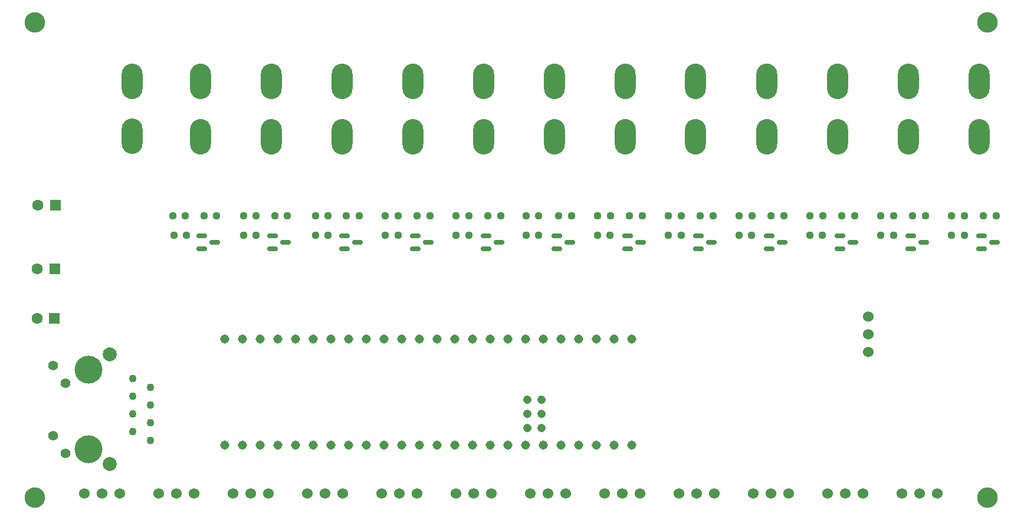
<source format=gbs>
%TF.GenerationSoftware,KiCad,Pcbnew,(6.0.10)*%
%TF.CreationDate,2023-05-07T18:06:42-05:00*%
%TF.ProjectId,Hardware_Rev1,48617264-7761-4726-955f-526576312e6b,rev?*%
%TF.SameCoordinates,Original*%
%TF.FileFunction,Soldermask,Bot*%
%TF.FilePolarity,Negative*%
%FSLAX46Y46*%
G04 Gerber Fmt 4.6, Leading zero omitted, Abs format (unit mm)*
G04 Created by KiCad (PCBNEW (6.0.10)) date 2023-05-07 18:06:42*
%MOMM*%
%LPD*%
G01*
G04 APERTURE LIST*
G04 Aperture macros list*
%AMRoundRect*
0 Rectangle with rounded corners*
0 $1 Rounding radius*
0 $2 $3 $4 $5 $6 $7 $8 $9 X,Y pos of 4 corners*
0 Add a 4 corners polygon primitive as box body*
4,1,4,$2,$3,$4,$5,$6,$7,$8,$9,$2,$3,0*
0 Add four circle primitives for the rounded corners*
1,1,$1+$1,$2,$3*
1,1,$1+$1,$4,$5*
1,1,$1+$1,$6,$7*
1,1,$1+$1,$8,$9*
0 Add four rect primitives between the rounded corners*
20,1,$1+$1,$2,$3,$4,$5,0*
20,1,$1+$1,$4,$5,$6,$7,0*
20,1,$1+$1,$6,$7,$8,$9,0*
20,1,$1+$1,$8,$9,$2,$3,0*%
G04 Aperture macros list end*
%ADD10O,3.000000X5.100000*%
%ADD11C,2.946400*%
%ADD12R,1.600000X1.600000*%
%ADD13C,1.600000*%
%ADD14C,1.524000*%
%ADD15C,1.100000*%
%ADD16C,1.400000*%
%ADD17C,4.000000*%
%ADD18C,2.000000*%
%ADD19C,1.308000*%
%ADD20C,1.208000*%
%ADD21RoundRect,0.237500X-0.250000X-0.237500X0.250000X-0.237500X0.250000X0.237500X-0.250000X0.237500X0*%
%ADD22RoundRect,0.150000X-0.587500X-0.150000X0.587500X-0.150000X0.587500X0.150000X-0.587500X0.150000X0*%
G04 APERTURE END LIST*
D10*
X164974000Y-60733000D03*
X164974000Y-68633000D03*
X114174000Y-60733000D03*
X114174000Y-68633000D03*
X134494000Y-60733000D03*
X134494000Y-68633000D03*
D11*
X80208120Y-120451880D03*
D10*
X94234000Y-60706000D03*
X94234000Y-68580000D03*
D12*
X83058000Y-94742000D03*
D13*
X80558000Y-94742000D03*
D14*
X167132000Y-119888000D03*
X164592000Y-119888000D03*
X162052000Y-119888000D03*
X209804000Y-119888000D03*
X207264000Y-119888000D03*
X204724000Y-119888000D03*
X199898000Y-94488000D03*
X199898000Y-97028000D03*
X199898000Y-99568000D03*
X177800000Y-119888000D03*
X175260000Y-119888000D03*
X172720000Y-119888000D03*
D11*
X80208120Y-52268120D03*
D10*
X175094000Y-60733000D03*
X175094000Y-68633000D03*
D11*
X216971880Y-120451880D03*
D14*
X103124000Y-119888000D03*
X100584000Y-119888000D03*
X98044000Y-119888000D03*
D10*
X104014000Y-60733000D03*
X104014000Y-68633000D03*
D12*
X83159677Y-78486000D03*
D13*
X80659677Y-78486000D03*
D10*
X185294000Y-60733000D03*
X185294000Y-68633000D03*
D14*
X135128000Y-119888000D03*
X132588000Y-119888000D03*
X130048000Y-119888000D03*
X92456000Y-119888000D03*
X89916000Y-119888000D03*
X87376000Y-119888000D03*
X188468000Y-119888000D03*
X185928000Y-119888000D03*
X183388000Y-119888000D03*
X145796000Y-119888000D03*
X143256000Y-119888000D03*
X140716000Y-119888000D03*
D10*
X215774000Y-60733000D03*
X215774000Y-68633000D03*
D14*
X156464000Y-119888000D03*
X153924000Y-119888000D03*
X151384000Y-119888000D03*
X124460000Y-119888000D03*
X121920000Y-119888000D03*
X119380000Y-119888000D03*
D15*
X94280000Y-103380000D03*
X96820000Y-104650000D03*
X94280000Y-105920000D03*
X96820000Y-107190000D03*
X94280000Y-108460000D03*
X96820000Y-109730000D03*
X94280000Y-111000000D03*
X96820000Y-112270000D03*
D16*
X82850000Y-101500000D03*
X84640000Y-104040000D03*
X82850000Y-111610000D03*
X84640000Y-114150000D03*
D17*
X87930000Y-102110000D03*
X87930000Y-113540000D03*
D18*
X90980000Y-115700000D03*
X90980000Y-99950000D03*
D10*
X205614000Y-60733000D03*
X205614000Y-68633000D03*
D11*
X216971880Y-52268120D03*
D10*
X144654000Y-60733000D03*
X144654000Y-68633000D03*
D12*
X83072660Y-87630000D03*
D13*
X80572660Y-87630000D03*
D10*
X195454000Y-60733000D03*
X195454000Y-68633000D03*
D14*
X113792000Y-119888000D03*
X111252000Y-119888000D03*
X108712000Y-119888000D03*
X199136000Y-119888000D03*
X196596000Y-119888000D03*
X194056000Y-119888000D03*
D10*
X154814000Y-60733000D03*
X154814000Y-68633000D03*
X124334000Y-60733000D03*
X124334000Y-68633000D03*
D19*
X163353000Y-97676500D03*
X160813000Y-97676500D03*
X158273000Y-97676500D03*
X155733000Y-97676500D03*
X130333000Y-97676500D03*
X160813000Y-112916500D03*
X153193000Y-97676500D03*
X150653000Y-97676500D03*
X148113000Y-97676500D03*
X145573000Y-97676500D03*
X143033000Y-97676500D03*
X140493000Y-97676500D03*
X137953000Y-97676500D03*
X135413000Y-97676500D03*
X132873000Y-97676500D03*
X132873000Y-112916500D03*
X135413000Y-112916500D03*
X137953000Y-112916500D03*
X140493000Y-112916500D03*
X143033000Y-112916500D03*
X145573000Y-112916500D03*
X148113000Y-112916500D03*
X150653000Y-112916500D03*
X153193000Y-112916500D03*
X155733000Y-112916500D03*
X158273000Y-112916500D03*
X127793000Y-97676500D03*
X125253000Y-97676500D03*
X122713000Y-97676500D03*
X120173000Y-97676500D03*
X117633000Y-97676500D03*
X115093000Y-97676500D03*
X112553000Y-97676500D03*
X110013000Y-97676500D03*
X107473000Y-97676500D03*
X107473000Y-112916500D03*
X110013000Y-112916500D03*
X112553000Y-112916500D03*
X115093000Y-112916500D03*
X117633000Y-112916500D03*
X120173000Y-112916500D03*
X122713000Y-112916500D03*
X125253000Y-112916500D03*
X127793000Y-112916500D03*
X165893000Y-97676500D03*
X130333000Y-112916500D03*
X163353000Y-112916500D03*
D20*
X150923000Y-108466500D03*
X152923000Y-108466500D03*
X152923000Y-110466500D03*
X150923000Y-110466500D03*
X150923000Y-106466500D03*
X152923000Y-106466500D03*
D19*
X165893000Y-112916500D03*
D21*
X104497500Y-80010000D03*
X106322500Y-80010000D03*
X110189000Y-80010000D03*
X112014000Y-80010000D03*
X145264500Y-80010000D03*
X147089500Y-80010000D03*
X100029000Y-80010000D03*
X101854000Y-80010000D03*
D22*
X144985500Y-84770000D03*
X144985500Y-82870000D03*
X146860500Y-83820000D03*
D21*
X201652500Y-80010000D03*
X203477500Y-80010000D03*
X150725500Y-80010000D03*
X152550500Y-80010000D03*
X130532500Y-82804000D03*
X132357500Y-82804000D03*
D22*
X175465500Y-84770000D03*
X175465500Y-82870000D03*
X177340500Y-83820000D03*
D21*
X211812500Y-82804000D03*
X213637500Y-82804000D03*
X135128000Y-80010000D03*
X136953000Y-80010000D03*
X130532500Y-80010000D03*
X132357500Y-80010000D03*
X161012500Y-80010000D03*
X162837500Y-80010000D03*
D22*
X104218500Y-84770000D03*
X104218500Y-82870000D03*
X106093500Y-83820000D03*
D21*
X171172500Y-80010000D03*
X172997500Y-80010000D03*
X120499500Y-82804000D03*
X122324500Y-82804000D03*
X191492500Y-80010000D03*
X193317500Y-80010000D03*
X140692500Y-82804000D03*
X142517500Y-82804000D03*
X206224500Y-80010000D03*
X208049500Y-80010000D03*
X181332500Y-80010000D03*
X183157500Y-80010000D03*
D22*
X195785500Y-84770000D03*
X195785500Y-82870000D03*
X197660500Y-83820000D03*
X114378500Y-84770000D03*
X114378500Y-82870000D03*
X116253500Y-83820000D03*
X216105500Y-84770000D03*
X216105500Y-82870000D03*
X217980500Y-83820000D03*
D21*
X100179500Y-82804000D03*
X102004500Y-82804000D03*
D22*
X185625500Y-84770000D03*
X185625500Y-82870000D03*
X187500500Y-83820000D03*
X155145500Y-84770000D03*
X155145500Y-82870000D03*
X157020500Y-83820000D03*
D21*
X114657500Y-80010000D03*
X116482500Y-80010000D03*
X216384500Y-80010000D03*
X218209500Y-80010000D03*
X165608000Y-80010000D03*
X167433000Y-80010000D03*
X120499500Y-80010000D03*
X122324500Y-80010000D03*
X160989000Y-82804000D03*
X162814000Y-82804000D03*
X191469000Y-82804000D03*
X193294000Y-82804000D03*
X211812500Y-80010000D03*
X213637500Y-80010000D03*
X196064500Y-80010000D03*
X197889500Y-80010000D03*
X140692500Y-80010000D03*
X142517500Y-80010000D03*
X181309000Y-82804000D03*
X183134000Y-82804000D03*
X150725500Y-82804000D03*
X152550500Y-82804000D03*
D22*
X134825500Y-84770000D03*
X134825500Y-82870000D03*
X136700500Y-83820000D03*
D21*
X171172500Y-82804000D03*
X172997500Y-82804000D03*
X155448000Y-80010000D03*
X157273000Y-80010000D03*
X175744500Y-80010000D03*
X177569500Y-80010000D03*
D22*
X165305500Y-84770000D03*
X165305500Y-82870000D03*
X167180500Y-83820000D03*
D21*
X201652500Y-82804000D03*
X203477500Y-82804000D03*
X110189000Y-82804000D03*
X112014000Y-82804000D03*
D22*
X124665500Y-84770000D03*
X124665500Y-82870000D03*
X126540500Y-83820000D03*
X205945500Y-84770000D03*
X205945500Y-82870000D03*
X207820500Y-83820000D03*
D21*
X124944500Y-80010000D03*
X126769500Y-80010000D03*
X185904500Y-80010000D03*
X187729500Y-80010000D03*
M02*

</source>
